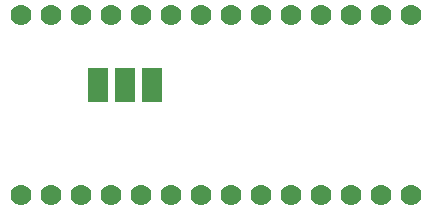
<source format=gbr>
G04 EAGLE Gerber RS-274X export*
G75*
%MOMM*%
%FSLAX34Y34*%
%LPD*%
%INSoldermask Bottom*%
%IPPOS*%
%AMOC8*
5,1,8,0,0,1.08239X$1,22.5*%
G01*
%ADD10C,1.778000*%
%ADD11R,1.651000X2.921000*%


D10*
X12700Y165100D03*
X38100Y165100D03*
X63500Y165100D03*
X88900Y165100D03*
X114300Y165100D03*
X139700Y165100D03*
X165100Y165100D03*
X190500Y165100D03*
X215900Y165100D03*
X241300Y165100D03*
X266700Y165100D03*
X292100Y165100D03*
X317500Y165100D03*
X342900Y165100D03*
X342900Y12700D03*
X317500Y12700D03*
X292100Y12700D03*
X266700Y12700D03*
X241300Y12700D03*
X215900Y12700D03*
X190500Y12700D03*
X165100Y12700D03*
X139700Y12700D03*
X114300Y12700D03*
X88900Y12700D03*
X63500Y12700D03*
X38100Y12700D03*
X12700Y12700D03*
D11*
X123698Y106426D03*
X101092Y106426D03*
X78486Y106426D03*
M02*

</source>
